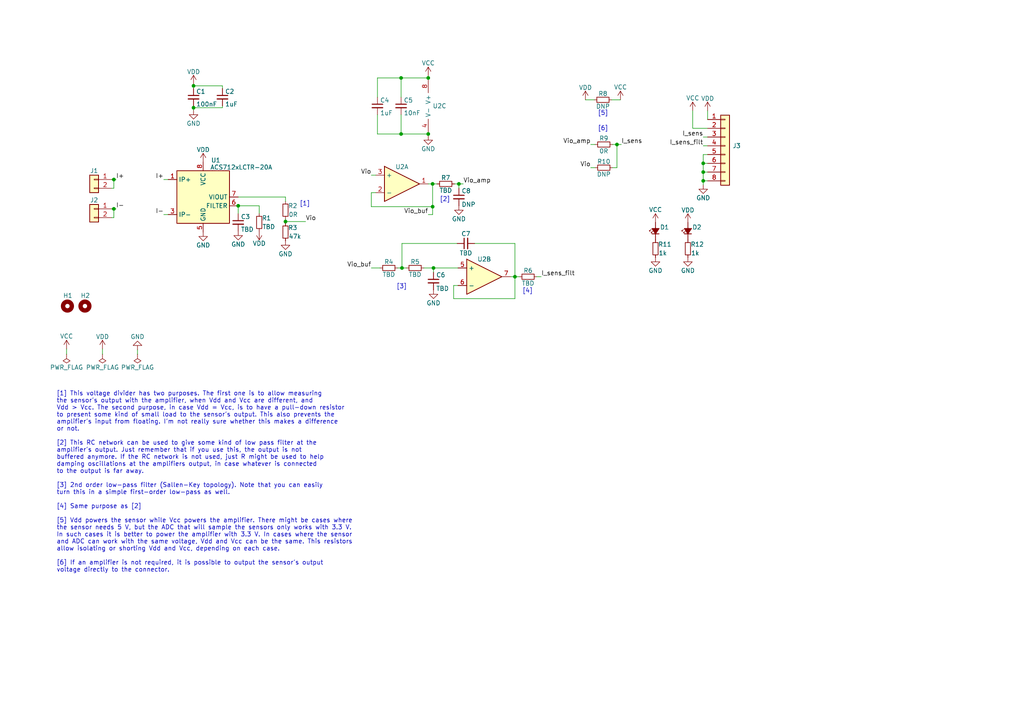
<source format=kicad_sch>
(kicad_sch (version 20211123) (generator eeschema)
  (paper "A4")
  (lib_symbols
    (symbol "Connector_Generic:Conn_01x02" (pin_names (offset 1.016) hide)
      (property "Reference" "J" (at 0 2.54 0))
      (property "Value" "Conn_01x02" (at 0 -5.08 0))
      (symbol "Conn_01x02_1_1"
        (rectangle (start -1.27 -2.413) (end 0 -2.667) (stroke (width 0.1524)))
        (rectangle (start -1.27 0.127) (end 0 -0.127) (stroke (width 0.1524)))
        (rectangle (start -1.27 1.27) (end 1.27 -3.81) (stroke (width 0.254)) (fill (type background)))
        (pin passive line (at -5.08 0 0) (length 3.81) (name "Pin_1") (number "1"))
        (pin passive line (at -5.08 -2.54 0) (length 3.81) (name "Pin_2") (number "2"))
      )
    )
    (symbol "Connector_Generic:Conn_01x08" (pin_names (offset 1.016) hide)
      (property "Reference" "J" (at 0 10.16 0))
      (property "Value" "Conn_01x08" (at 0 -12.7 0))
      (symbol "Conn_01x08_1_1"
        (rectangle (start -1.27 -10.033) (end 0 -10.287) (stroke (width 0.1524)))
        (rectangle (start -1.27 -7.493) (end 0 -7.747) (stroke (width 0.1524)))
        (rectangle (start -1.27 -4.953) (end 0 -5.207) (stroke (width 0.1524)))
        (rectangle (start -1.27 -2.413) (end 0 -2.667) (stroke (width 0.1524)))
        (rectangle (start -1.27 0.127) (end 0 -0.127) (stroke (width 0.1524)))
        (rectangle (start -1.27 2.667) (end 0 2.413) (stroke (width 0.1524)))
        (rectangle (start -1.27 5.207) (end 0 4.953) (stroke (width 0.1524)))
        (rectangle (start -1.27 7.747) (end 0 7.493) (stroke (width 0.1524)))
        (rectangle (start -1.27 8.89) (end 1.27 -11.43) (stroke (width 0.254)) (fill (type background)))
        (pin passive line (at -5.08 7.62 0) (length 3.81) (name "Pin_1") (number "1"))
        (pin passive line (at -5.08 5.08 0) (length 3.81) (name "Pin_2") (number "2"))
        (pin passive line (at -5.08 2.54 0) (length 3.81) (name "Pin_3") (number "3"))
        (pin passive line (at -5.08 0 0) (length 3.81) (name "Pin_4") (number "4"))
        (pin passive line (at -5.08 -2.54 0) (length 3.81) (name "Pin_5") (number "5"))
        (pin passive line (at -5.08 -5.08 0) (length 3.81) (name "Pin_6") (number "6"))
        (pin passive line (at -5.08 -7.62 0) (length 3.81) (name "Pin_7") (number "7"))
        (pin passive line (at -5.08 -10.16 0) (length 3.81) (name "Pin_8") (number "8"))
      )
    )
    (symbol "Device:C_Small" (pin_numbers hide) (pin_names (offset 0.254) hide)
      (property "Reference" "C" (at 0.254 1.778 0))
      (property "Value" "C_Small" (at 0.254 -2.032 0))
      (symbol "C_Small_0_1"
        (polyline (pts (xy -1.524 -0.508) (xy 1.524 -0.508)) (stroke (width 0.3302)))
        (polyline (pts (xy -1.524 0.508) (xy 1.524 0.508)) (stroke (width 0.3048)))
      )
      (symbol "C_Small_1_1"
        (pin passive line (at 0 2.54 270) (length 2.032) (name "~") (number "1"))
        (pin passive line (at 0 -2.54 90) (length 2.032) (name "~") (number "2"))
      )
    )
    (symbol "Device:LED_Small_Filled" (pin_numbers hide) (pin_names (offset 0.254) hide)
      (property "Reference" "D" (at -1.27 3.175 0))
      (property "Value" "LED_Small_Filled" (at -4.445 -2.54 0))
      (symbol "LED_Small_Filled_0_1"
        (polyline (pts (xy -0.762 -1.016) (xy -0.762 1.016)) (stroke (width 0.254)))
        (polyline (pts (xy 1.016 0) (xy -0.762 0)))
        (polyline (pts (xy 0.762 -1.016) (xy -0.762 0) (xy 0.762 1.016) (xy 0.762 -1.016)) (stroke (width 0.254)) (fill (type outline)))
        (polyline (pts (xy 0 0.762) (xy -0.508 1.27) (xy -0.254 1.27) (xy -0.508 1.27) (xy -0.508 1.016)))
        (polyline (pts (xy 0.508 1.27) (xy 0 1.778) (xy 0.254 1.778) (xy 0 1.778) (xy 0 1.524)))
      )
      (symbol "LED_Small_Filled_1_1"
        (pin passive line (at -2.54 0 0) (length 1.778) (name "K") (number "1"))
        (pin passive line (at 2.54 0 180) (length 1.778) (name "A") (number "2"))
      )
    )
    (symbol "Device:Opamp_Dual"
      (property "Reference" "U" (at 0 5.08 0))
      (property "Value" "Opamp_Dual" (at 0 -5.08 0))
      (symbol "Opamp_Dual_1_1"
        (polyline (pts (xy -5.08 5.08) (xy 5.08 0) (xy -5.08 -5.08) (xy -5.08 5.08)) (stroke (width 0.254)) (fill (type background)))
        (pin output line (at 7.62 0 180) (length 2.54) (name "~") (number "1"))
        (pin input line (at -7.62 -2.54 0) (length 2.54) (name "-") (number "2"))
        (pin input line (at -7.62 2.54 0) (length 2.54) (name "+") (number "3"))
      )
      (symbol "Opamp_Dual_2_1"
        (polyline (pts (xy -5.08 5.08) (xy 5.08 0) (xy -5.08 -5.08) (xy -5.08 5.08)) (stroke (width 0.254)) (fill (type background)))
        (pin input line (at -7.62 2.54 0) (length 2.54) (name "+") (number "5"))
        (pin input line (at -7.62 -2.54 0) (length 2.54) (name "-") (number "6"))
        (pin output line (at 7.62 0 180) (length 2.54) (name "~") (number "7"))
      )
      (symbol "Opamp_Dual_3_1"
        (pin power_in line (at -2.54 -7.62 90) (length 3.81) (name "V-") (number "4"))
        (pin power_in line (at -2.54 7.62 270) (length 3.81) (name "V+") (number "8"))
      )
    )
    (symbol "Device:R_Small" (pin_numbers hide) (pin_names (offset 0.254) hide)
      (property "Reference" "R" (at 0.762 0.508 0))
      (property "Value" "R_Small" (at 0.762 -1.016 0))
      (symbol "R_Small_0_1"
        (rectangle (start -0.762 1.778) (end 0.762 -1.778) (stroke (width 0.2032)))
      )
      (symbol "R_Small_1_1"
        (pin passive line (at 0 2.54 270) (length 0.762) (name "~") (number "1"))
        (pin passive line (at 0 -2.54 90) (length 0.762) (name "~") (number "2"))
      )
    )
    (symbol "Mechanical:MountingHole" (pin_names (offset 1.016))
      (property "Reference" "H" (at 0 5.08 0))
      (property "Value" "MountingHole" (at 0 3.175 0))
      (symbol "MountingHole_0_1"
        (circle (center 0 0) (radius 1.27) (stroke (width 1.27)))
      )
    )
    (symbol "Sensor_Current:ACS712xLCTR-20A"
      (property "Reference" "U" (at 2.54 11.43 0))
      (property "Value" "ACS712xLCTR-20A" (at 2.54 8.89 0))
      (symbol "ACS712xLCTR-20A_0_1"
        (rectangle (start -7.62 7.62) (end 7.62 -7.62) (stroke (width 0.254)) (fill (type background)))
      )
      (symbol "ACS712xLCTR-20A_1_1"
        (pin passive line (at -10.16 5.08 0) (length 2.54) (name "IP+") (number "1"))
        (pin passive line (at -10.16 5.08 0) (length 2.54) hide (name "IP+") (number "2"))
        (pin passive line (at -10.16 -5.08 0) (length 2.54) (name "IP-") (number "3"))
        (pin passive line (at -10.16 -5.08 0) (length 2.54) hide (name "IP-") (number "4"))
        (pin power_in line (at 0 -10.16 90) (length 2.54) (name "GND") (number "5"))
        (pin passive line (at 10.16 -2.54 180) (length 2.54) (name "FILTER") (number "6"))
        (pin output line (at 10.16 0 180) (length 2.54) (name "VIOUT") (number "7"))
        (pin power_in line (at 0 10.16 270) (length 2.54) (name "VCC") (number "8"))
      )
    )
    (symbol "power:GND" (power) (pin_names (offset 0))
      (property "Value" "GND" (at 0 -3.81 0))
      (symbol "GND_0_1"
        (polyline (pts (xy 0 0) (xy 0 -1.27) (xy 1.27 -1.27) (xy 0 -2.54) (xy -1.27 -1.27) (xy 0 -1.27)))
      )
      (symbol "GND_1_1"
        (pin power_in line (at 0 0 270) (length 0) hide (name "GND") (number "1"))
      )
    )
    (symbol "power:PWR_FLAG" (power) (pin_numbers hide) (pin_names (offset 0) hide)
      (property "Value" "PWR_FLAG" (at 0 3.81 0))
      (symbol "PWR_FLAG_0_0"
        (pin power_out line (at 0 0 90) (length 0) (name "pwr") (number "1"))
      )
      (symbol "PWR_FLAG_0_1"
        (polyline (pts (xy 0 0) (xy 0 1.27) (xy -1.016 1.905) (xy 0 2.54) (xy 1.016 1.905) (xy 0 1.27)))
      )
    )
    (symbol "power:VCC" (power) (pin_names (offset 0))
      (property "Value" "VCC" (at 0 3.81 0))
      (symbol "VCC_0_1"
        (polyline (pts (xy -0.762 1.27) (xy 0 2.54)))
        (polyline (pts (xy 0 0) (xy 0 2.54)))
        (polyline (pts (xy 0 2.54) (xy 0.762 1.27)))
      )
      (symbol "VCC_1_1"
        (pin power_in line (at 0 0 90) (length 0) hide (name "VCC") (number "1"))
      )
    )
    (symbol "power:VDD" (power) (pin_names (offset 0))
      (property "Value" "VDD" (at 0 3.81 0))
      (symbol "VDD_0_1"
        (polyline (pts (xy -0.762 1.27) (xy 0 2.54)))
        (polyline (pts (xy 0 0) (xy 0 2.54)))
        (polyline (pts (xy 0 2.54) (xy 0.762 1.27)))
      )
      (symbol "VDD_1_1"
        (pin power_in line (at 0 0 90) (length 0) hide (name "VDD") (number "1"))
      )
    )
  )
  (junction (at 203.962 47.371))
  (junction (at 133.096 53.34))
  (junction (at 203.962 52.451))
  (junction (at 124.206 22.606))
  (junction (at 56.134 24.892))
  (junction (at 125.73 77.724))
  (junction (at 116.332 22.606))
  (junction (at 124.206 38.862))
  (junction (at 69.088 59.69))
  (junction (at 125.476 53.34))
  (junction (at 116.332 38.862))
  (junction (at 116.586 77.724))
  (junction (at 149.352 80.264))
  (junction (at 33.02 52.07))
  (junction (at 178.943 41.91))
  (junction (at 56.134 31.242))
  (junction (at 203.962 49.911))
  (junction (at 82.804 64.262))
  (junction (at 125.476 59.944))
  (junction (at 33.02 60.579))
  (wire (pts (xy 109.474 38.862) (xy 116.332 38.862)))
  (wire (pts (xy 32.385 52.07) (xy 33.02 52.07)))
  (wire (pts (xy 203.962 47.371) (xy 203.962 49.911)))
  (wire (pts (xy 33.02 60.579) (xy 33.02 63.119)))
  (wire (pts (xy 82.804 63.5) (xy 82.804 64.262)))
  (wire (pts (xy 122.936 77.724) (xy 125.73 77.724)))
  (wire (pts (xy 116.332 38.862) (xy 124.206 38.862)))
  (wire (pts (xy 169.799 28.956) (xy 172.339 28.956)))
  (wire (pts (xy 109.474 22.606) (xy 109.474 28.194)))
  (wire (pts (xy 171.323 41.91) (xy 172.593 41.91)))
  (wire (pts (xy 203.962 49.911) (xy 203.962 52.451)))
  (wire (pts (xy 177.419 28.956) (xy 179.959 28.956)))
  (wire (pts (xy 203.962 42.291) (xy 205.232 42.291)))
  (wire (pts (xy 200.914 32.131) (xy 200.914 37.211)))
  (wire (pts (xy 133.096 53.34) (xy 133.096 54.61)))
  (wire (pts (xy 82.804 64.262) (xy 82.804 64.77)))
  (wire (pts (xy 88.646 64.262) (xy 82.804 64.262)))
  (wire (pts (xy 56.134 24.892) (xy 56.134 25.654)))
  (wire (pts (xy 155.702 80.264) (xy 156.972 80.264)))
  (wire (pts (xy 108.966 55.88) (xy 107.696 55.88)))
  (wire (pts (xy 33.02 52.07) (xy 33.02 54.61)))
  (wire (pts (xy 116.332 22.606) (xy 109.474 22.606)))
  (wire (pts (xy 200.914 37.211) (xy 205.232 37.211)))
  (wire (pts (xy 125.73 77.724) (xy 125.73 78.994)))
  (wire (pts (xy 149.352 86.614) (xy 149.352 80.264)))
  (wire (pts (xy 116.586 77.724) (xy 117.856 77.724)))
  (wire (pts (xy 125.476 53.34) (xy 126.746 53.34)))
  (wire (pts (xy 203.962 52.451) (xy 203.962 53.594)))
  (wire (pts (xy 205.232 32.131) (xy 205.232 34.671)))
  (wire (pts (xy 124.206 22.606) (xy 124.206 23.114)))
  (wire (pts (xy 131.572 86.614) (xy 149.352 86.614)))
  (wire (pts (xy 64.516 25.654) (xy 64.516 24.892)))
  (wire (pts (xy 203.962 39.751) (xy 205.232 39.751)))
  (wire (pts (xy 131.826 53.34) (xy 133.096 53.34)))
  (wire (pts (xy 149.352 70.612) (xy 149.352 80.264)))
  (wire (pts (xy 75.184 59.69) (xy 75.184 61.976)))
  (wire (pts (xy 47.498 52.07) (xy 48.768 52.07)))
  (wire (pts (xy 107.696 55.88) (xy 107.696 59.944)))
  (wire (pts (xy 115.316 77.724) (xy 116.586 77.724)))
  (wire (pts (xy 178.943 41.91) (xy 180.213 41.91)))
  (wire (pts (xy 125.476 62.23) (xy 125.476 59.944)))
  (wire (pts (xy 171.323 48.641) (xy 172.593 48.641)))
  (wire (pts (xy 64.516 31.242) (xy 56.134 31.242)))
  (wire (pts (xy 149.352 80.264) (xy 148.082 80.264)))
  (wire (pts (xy 33.02 60.579) (xy 33.655 60.579)))
  (wire (pts (xy 32.385 60.579) (xy 33.02 60.579)))
  (wire (pts (xy 33.02 52.07) (xy 33.655 52.07)))
  (wire (pts (xy 125.476 59.944) (xy 125.476 53.34)))
  (wire (pts (xy 131.572 82.804) (xy 131.572 86.614)))
  (wire (pts (xy 203.962 52.451) (xy 205.232 52.451)))
  (wire (pts (xy 132.588 70.612) (xy 116.586 70.612)))
  (wire (pts (xy 32.385 63.119) (xy 33.02 63.119)))
  (wire (pts (xy 203.962 49.911) (xy 205.232 49.911)))
  (wire (pts (xy 178.943 41.91) (xy 178.943 48.641)))
  (wire (pts (xy 64.516 24.892) (xy 56.134 24.892)))
  (wire (pts (xy 69.088 57.15) (xy 82.804 57.15)))
  (wire (pts (xy 133.096 53.34) (xy 134.366 53.34)))
  (wire (pts (xy 203.962 47.371) (xy 205.232 47.371)))
  (wire (pts (xy 109.474 33.274) (xy 109.474 38.862)))
  (wire (pts (xy 82.804 57.15) (xy 82.804 58.42)))
  (wire (pts (xy 107.696 77.724) (xy 110.236 77.724)))
  (wire (pts (xy 107.696 50.8) (xy 108.966 50.8)))
  (wire (pts (xy 39.878 101.473) (xy 39.878 102.743)))
  (wire (pts (xy 29.718 101.219) (xy 29.718 102.743)))
  (wire (pts (xy 125.73 77.724) (xy 132.842 77.724)))
  (wire (pts (xy 149.352 80.264) (xy 150.622 80.264)))
  (wire (pts (xy 69.088 59.69) (xy 75.184 59.69)))
  (wire (pts (xy 116.332 28.194) (xy 116.332 22.606)))
  (wire (pts (xy 124.206 62.23) (xy 125.476 62.23)))
  (wire (pts (xy 116.332 22.606) (xy 124.206 22.606)))
  (wire (pts (xy 124.206 53.34) (xy 125.476 53.34)))
  (wire (pts (xy 107.696 59.944) (xy 125.476 59.944)))
  (wire (pts (xy 56.134 30.734) (xy 56.134 31.242)))
  (wire (pts (xy 19.304 101.219) (xy 19.304 102.743)))
  (wire (pts (xy 69.088 59.69) (xy 69.088 61.976)))
  (wire (pts (xy 124.206 38.354) (xy 124.206 38.862)))
  (wire (pts (xy 203.962 44.831) (xy 203.962 47.371)))
  (wire (pts (xy 47.498 62.23) (xy 48.768 62.23)))
  (wire (pts (xy 64.516 30.734) (xy 64.516 31.242)))
  (wire (pts (xy 205.232 44.831) (xy 203.962 44.831)))
  (wire (pts (xy 56.134 24.384) (xy 56.134 24.892)))
  (wire (pts (xy 116.586 70.612) (xy 116.586 77.724)))
  (wire (pts (xy 56.134 31.242) (xy 56.134 32.004)))
  (wire (pts (xy 124.206 38.862) (xy 124.206 39.37)))
  (wire (pts (xy 177.673 41.91) (xy 178.943 41.91)))
  (wire (pts (xy 137.668 70.612) (xy 149.352 70.612)))
  (wire (pts (xy 32.385 54.61) (xy 33.02 54.61)))
  (wire (pts (xy 132.842 82.804) (xy 131.572 82.804)))
  (wire (pts (xy 178.943 48.641) (xy 177.673 48.641)))
  (wire (pts (xy 124.206 21.971) (xy 124.206 22.606)))
  (wire (pts (xy 116.332 33.274) (xy 116.332 38.862)))
  (text "[4]" (at 151.4856 85.217 0) (effects (font (size 1.27 1.27)) (justify left bottom)))
  (text "[1]" (at 86.868 59.944 0) (effects (font (size 1.27 1.27)) (justify left bottom)))
  (text "[3]" (at 114.9604 83.947 0) (effects (font (size 1.27 1.27)) (justify left bottom)))
  (text "[2]" (at 127.508 58.674 0) (effects (font (size 1.27 1.27)) (justify left bottom)))
  (text "[1] This voltage divider has two purposes. The first one is to allow measuring\nthe sensor's output with the amplifier, when Vdd and Vcc are different, and \nVdd > Vcc. The second purpose, in case Vdd = Vcc, is to have a pull-down resistor \nto present some kind of small load to the sensor's output. This also prevents the\namplifier's input from floating. I'm not really sure whether this makes a difference \nor not.\n\n[2] This RC network can be used to give some kind of low pass filter at the\namplifier's output. Just remember that if you use this, the output is not \nbuffered anymore. If the RC network is not used, just R might be used to help\ndamping oscillations at the amplifiers output, in case whatever is connected\nto the output is far away.\n\n[3] 2nd order low-pass filter (Sallen-Key topology). Note that you can easily\nturn this in a simple first-order low-pass as well. \n\n[4] Same purpose as [2]\n\n[5] Vdd powers the sensor while Vcc powers the amplifier. There might be cases where\nthe sensor needs 5 V, but the ADC that will sample the sensors only works with 3.3 V.\nIn such cases it is better to power the amplifier with 3.3 V. In cases where the sensor\nand ADC can work with the same voltage, Vdd and Vcc can be the same. This resistors\nallow isolating or shorting Vdd and Vcc, depending on each case.\n\n[6] If an amplifier is not required, it is possible to output the sensor's output\nvoltage directly to the connector. " (at 16.383 166.116 0) (effects (font (size 1.27 1.27)) (justify left bottom)))
  (text "[6]" (at 173.355 38.1 0) (effects (font (size 1.27 1.27)) (justify left bottom)))
  (text "[5]" (at 173.355 33.655 0) (effects (font (size 1.27 1.27)) (justify left bottom)))
  (label "I+" (at 47.498 52.07 180))
  (label "Vio_buf" (at 124.206 62.23 180))
  (label "I_sens" (at 203.962 39.751 180))
  (label "I-" (at 47.498 62.23 180))
  (label "I_sens_filt" (at 203.962 42.291 180))
  (label "Vio_amp" (at 171.323 41.91 180))
  (label "I_sens" (at 180.213 41.91 0))
  (label "I-" (at 33.655 60.579 0))
  (label "Vio" (at 171.323 48.641 180))
  (label "I+" (at 33.655 52.07 0))
  (label "Vio_buf" (at 107.696 77.724 180))
  (label "Vio" (at 107.696 50.8 180))
  (label "Vio_amp" (at 134.366 53.34 0))
  (label "I_sens_filt" (at 156.972 80.264 0))
  (label "Vio" (at 88.646 64.262 0))
  (symbol (lib_id "Device:R_Small") (at 75.184 64.516 0) (unit 1)
    (property "Reference" "R1" (at 75.946 63.246 0) (effects (justify left)))
    (property "Value" "TBD" (at 76.073 65.786 0) (effects (justify left)))
    (property "Footprint" "Resistor_SMD:R_0805_2012Metric_Pad1.20x1.40mm_HandSolder" (effects hide))
  )
  (symbol (lib_id "power:VDD") (at 56.134 24.384 0) (unit 1)
    (property "Reference" "#PWR0123" (effects hide))
    (property "Value" "VDD" (at 56.134 20.828 0))
  )
  (symbol (lib_id "power:GND") (at 56.134 32.004 0) (unit 1)
    (property "Reference" "#PWR0106" (effects hide))
    (property "Value" "GND" (at 56.134 35.814 0))
  )
  (symbol (lib_id "Device:C_Small") (at 109.474 30.734 0) (unit 1)
    (property "Reference" "C4" (at 110.236 29.083 0) (effects (justify left)))
    (property "Value" "1uF" (at 110.236 32.766 0) (effects (justify left)))
    (property "Footprint" "Capacitor_SMD:C_0805_2012Metric_Pad1.18x1.45mm_HandSolder" (effects hide))
  )
  (symbol (lib_id "power:VDD") (at 205.232 32.131 0) (unit 1)
    (property "Reference" "#PWR0112" (effects hide))
    (property "Value" "VDD" (at 205.232 28.575 0))
  )
  (symbol (lib_id "Device:C_Small") (at 69.088 64.516 0) (unit 1)
    (property "Reference" "C3" (at 69.85 62.865 0) (effects (justify left)))
    (property "Value" "TBD" (at 69.85 66.548 0) (effects (justify left)))
    (property "Footprint" "Capacitor_SMD:C_0805_2012Metric_Pad1.18x1.45mm_HandSolder" (effects hide))
  )
  (symbol (lib_id "Device:R_Small") (at 174.879 28.956 270) (unit 1)
    (property "Reference" "R8" (at 174.879 27.178 90))
    (property "Value" "DNP" (at 174.879 30.861 90))
    (property "Footprint" "Resistor_SMD:R_0805_2012Metric_Pad1.20x1.40mm_HandSolder" (effects hide))
  )
  (symbol (lib_id "Device:LED_Small_Filled") (at 190.119 67.056 90) (unit 1)
    (property "Reference" "D1" (at 191.389 65.913 90) (effects (justify right)))
    (property "Value" "LED_Small_Filled" (effects hide))
    (property "Footprint" "LED_SMD:LED_0805_2012Metric_Pad1.15x1.40mm_HandSolder" (effects hide))
  )
  (symbol (lib_id "power:GND") (at 190.119 74.676 0) (unit 1)
    (property "Reference" "#PWR0121" (effects hide))
    (property "Value" "GND" (at 190.119 78.486 0))
  )
  (symbol (lib_id "Device:R_Small") (at 175.133 41.91 270) (unit 1)
    (property "Reference" "R9" (at 175.133 40.132 90))
    (property "Value" "0R" (at 175.133 43.815 90))
    (property "Footprint" "Resistor_SMD:R_0805_2012Metric_Pad1.20x1.40mm_HandSolder" (effects hide))
  )
  (symbol (lib_id "power:PWR_FLAG") (at 19.304 102.743 180) (unit 1)
    (property "Reference" "#FLG0101" (effects hide))
    (property "Value" "PWR_FLAG" (at 19.304 106.553 0))
  )
  (symbol (lib_id "Device:R_Small") (at 153.162 80.264 270) (unit 1)
    (property "Reference" "R6" (at 153.162 78.486 90))
    (property "Value" "TBD" (at 153.162 82.169 90))
    (property "Footprint" "Resistor_SMD:R_0805_2012Metric_Pad1.20x1.40mm_HandSolder" (effects hide))
  )
  (symbol (lib_id "power:VDD") (at 169.799 28.956 0) (unit 1)
    (property "Reference" "#PWR0117" (effects hide))
    (property "Value" "VDD" (at 169.799 25.4 0))
  )
  (symbol (lib_id "power:GND") (at 39.878 101.473 180) (unit 1)
    (property "Reference" "#PWR0115" (effects hide))
    (property "Value" "GND" (at 39.878 97.663 0))
  )
  (symbol (lib_id "power:GND") (at 125.73 84.074 0) (unit 1)
    (property "Reference" "#PWR0101" (effects hide))
    (property "Value" "GND" (at 125.73 87.884 0))
  )
  (symbol (lib_id "Device:C_Small") (at 116.332 30.734 0) (unit 1)
    (property "Reference" "C5" (at 117.094 29.083 0) (effects (justify left)))
    (property "Value" "10nF" (at 117.094 32.766 0) (effects (justify left)))
    (property "Footprint" "Capacitor_SMD:C_0805_2012Metric_Pad1.18x1.45mm_HandSolder" (effects hide))
  )
  (symbol (lib_id "Connector_Generic:Conn_01x02") (at 27.305 60.579 0) (mirror y) (unit 1)
    (property "Reference" "J2" (at 27.305 58.039 0))
    (property "Value" "Conn_01x02" (effects hide))
    (property "Footprint" "TerminalBlock_Phoenix:TerminalBlock_Phoenix_MKDS-1,5-2-5.08_1x02_P5.08mm_Horizontal" (effects hide))
  )
  (symbol (lib_id "power:GND") (at 199.517 74.676 0) (unit 1)
    (property "Reference" "#PWR0122" (effects hide))
    (property "Value" "GND" (at 199.517 78.486 0))
  )
  (symbol (lib_id "Device:C_Small") (at 135.128 70.612 90) (unit 1)
    (property "Reference" "C7" (at 135.128 67.818 90))
    (property "Value" "TBD" (at 135.128 73.406 90))
    (property "Footprint" "Capacitor_SMD:C_0805_2012Metric_Pad1.18x1.45mm_HandSolder" (effects hide))
  )
  (symbol (lib_id "power:PWR_FLAG") (at 29.718 102.743 180) (unit 1)
    (property "Reference" "#FLG0102" (effects hide))
    (property "Value" "PWR_FLAG" (at 29.718 106.553 0))
  )
  (symbol (lib_id "Device:C_Small") (at 125.73 81.534 0) (unit 1)
    (property "Reference" "C6" (at 126.492 79.756 0) (effects (justify left)))
    (property "Value" "TBD" (at 126.492 83.693 0) (effects (justify left)))
    (property "Footprint" "Capacitor_SMD:C_0805_2012Metric_Pad1.18x1.45mm_HandSolder" (effects hide))
  )
  (symbol (lib_id "power:VDD") (at 29.718 101.219 0) (unit 1)
    (property "Reference" "#PWR0114" (effects hide))
    (property "Value" "VDD" (at 29.718 97.663 0))
  )
  (symbol (lib_id "Mechanical:MountingHole") (at 19.558 88.773 0) (unit 1)
    (property "Reference" "H1" (at 18.288 85.725 0) (effects (justify left)))
    (property "Value" "MountingHole" (effects hide))
    (property "Footprint" "MountingHole:MountingHole_3.2mm_M3" (effects hide))
  )
  (symbol (lib_id "power:VDD") (at 199.517 64.516 0) (unit 1)
    (property "Reference" "#PWR0120" (effects hide))
    (property "Value" "VDD" (at 199.517 60.96 0))
  )
  (symbol (lib_id "Device:C_Small") (at 56.134 28.194 0) (unit 1)
    (property "Reference" "C1" (at 56.896 26.543 0) (effects (justify left)))
    (property "Value" "100nF" (at 56.896 30.226 0) (effects (justify left)))
    (property "Footprint" "Capacitor_SMD:C_0805_2012Metric_Pad1.18x1.45mm_HandSolder" (effects hide))
  )
  (symbol (lib_id "power:VDD") (at 75.184 67.056 180) (unit 1)
    (property "Reference" "#PWR0108" (effects hide))
    (property "Value" "VDD" (at 75.184 70.612 0))
  )
  (symbol (lib_id "Device:R_Small") (at 82.804 67.31 0) (unit 1)
    (property "Reference" "R3" (at 83.566 66.04 0) (effects (justify left)))
    (property "Value" "47k" (at 83.693 68.58 0) (effects (justify left)))
    (property "Footprint" "Resistor_SMD:R_0805_2012Metric_Pad1.20x1.40mm_HandSolder" (effects hide))
  )
  (symbol (lib_id "Device:Opamp_Dual") (at 126.746 30.734 0) (unit 3)
    (property "Reference" "U2" (at 125.476 30.734 0) (effects (justify left)))
    (property "Value" "Opamp_Dual" (effects hide))
    (property "Footprint" "Package_SO:SOIC-8_3.9x4.9mm_P1.27mm" (effects hide))
  )
  (symbol (lib_id "Device:Opamp_Dual") (at 116.586 53.34 0) (unit 1)
    (property "Reference" "U2" (at 116.586 48.387 0))
    (property "Value" "Opamp_Dual" (effects hide))
    (property "Footprint" "Package_SO:SOIC-8_3.9x4.9mm_P1.27mm" (effects hide))
  )
  (symbol (lib_id "Device:R_Small") (at 129.286 53.34 270) (unit 1)
    (property "Reference" "R7" (at 129.286 51.562 90))
    (property "Value" "TBD" (at 129.286 55.245 90))
    (property "Footprint" "Resistor_SMD:R_0805_2012Metric_Pad1.20x1.40mm_HandSolder" (effects hide))
  )
  (symbol (lib_id "power:VCC") (at 200.914 32.131 0) (unit 1)
    (property "Reference" "#PWR0109" (effects hide))
    (property "Value" "VCC" (at 200.914 28.448 0))
  )
  (symbol (lib_id "power:GND") (at 124.206 39.37 0) (unit 1)
    (property "Reference" "#PWR0103" (effects hide))
    (property "Value" "GND" (at 124.206 43.18 0))
  )
  (symbol (lib_id "power:GND") (at 69.088 67.056 0) (unit 1)
    (property "Reference" "#PWR0107" (effects hide))
    (property "Value" "GND" (at 69.088 70.866 0))
  )
  (symbol (lib_id "power:GND") (at 58.928 67.31 0) (unit 1)
    (property "Reference" "#PWR0105" (effects hide))
    (property "Value" "GND" (at 58.928 71.12 0))
  )
  (symbol (lib_id "power:VDD") (at 58.928 46.99 0) (unit 1)
    (property "Reference" "#PWR0104" (effects hide))
    (property "Value" "VDD" (at 58.928 43.434 0))
  )
  (symbol (lib_id "power:VCC") (at 190.119 64.516 0) (unit 1)
    (property "Reference" "#PWR0119" (effects hide))
    (property "Value" "VCC" (at 190.119 60.833 0))
  )
  (symbol (lib_id "Device:C_Small") (at 133.096 57.15 0) (unit 1)
    (property "Reference" "C8" (at 133.858 55.372 0) (effects (justify left)))
    (property "Value" "DNP" (at 133.858 59.309 0) (effects (justify left)))
    (property "Footprint" "Capacitor_SMD:C_0805_2012Metric_Pad1.18x1.45mm_HandSolder" (effects hide))
  )
  (symbol (lib_id "power:GND") (at 133.096 59.69 0) (unit 1)
    (property "Reference" "#PWR0111" (effects hide))
    (property "Value" "GND" (at 133.096 63.5 0))
  )
  (symbol (lib_id "Device:R_Small") (at 199.517 72.136 0) (unit 1)
    (property "Reference" "R12" (at 200.279 70.866 0) (effects (justify left)))
    (property "Value" "1k" (at 200.406 73.406 0) (effects (justify left)))
    (property "Footprint" "Resistor_SMD:R_0805_2012Metric_Pad1.20x1.40mm_HandSolder" (effects hide))
  )
  (symbol (lib_id "Connector_Generic:Conn_01x08") (at 210.312 42.291 0) (unit 1)
    (property "Reference" "J3" (at 212.471 42.2909 0) (effects (justify left)))
    (property "Value" "Conn_01x08" (effects hide))
    (property "Footprint" "Connector_PinHeader_2.54mm:PinHeader_1x08_P2.54mm_Vertical" (effects hide))
  )
  (symbol (lib_id "Device:Opamp_Dual") (at 140.462 80.264 0) (unit 2)
    (property "Reference" "U2" (at 140.462 75.184 0))
    (property "Value" "Opamp_Dual" (effects hide))
    (property "Footprint" "Package_SO:SOIC-8_3.9x4.9mm_P1.27mm" (effects hide))
  )
  (symbol (lib_id "Device:R_Small") (at 112.776 77.724 270) (unit 1)
    (property "Reference" "R4" (at 112.776 75.946 90))
    (property "Value" "TBD" (at 112.776 79.629 90))
    (property "Footprint" "Resistor_SMD:R_0805_2012Metric_Pad1.20x1.40mm_HandSolder" (effects hide))
  )
  (symbol (lib_id "Device:R_Small") (at 82.804 60.96 0) (unit 1)
    (property "Reference" "R2" (at 83.566 59.69 0) (effects (justify left)))
    (property "Value" "0R" (at 83.693 62.23 0) (effects (justify left)))
    (property "Footprint" "Resistor_SMD:R_0805_2012Metric_Pad1.20x1.40mm_HandSolder" (effects hide))
  )
  (symbol (lib_id "Device:R_Small") (at 175.133 48.641 270) (unit 1)
    (property "Reference" "R10" (at 175.133 46.863 90))
    (property "Value" "DNP" (at 175.133 50.546 90))
    (property "Footprint" "Resistor_SMD:R_0805_2012Metric_Pad1.20x1.40mm_HandSolder" (effects hide))
  )
  (symbol (lib_id "power:PWR_FLAG") (at 39.878 102.743 180) (unit 1)
    (property "Reference" "#FLG0103" (effects hide))
    (property "Value" "PWR_FLAG" (at 39.878 106.553 0))
  )
  (symbol (lib_id "power:GND") (at 203.962 53.594 0) (unit 1)
    (property "Reference" "#PWR0116" (effects hide))
    (property "Value" "GND" (at 203.962 57.404 0))
  )
  (symbol (lib_id "Sensor_Current:ACS712xLCTR-20A") (at 58.928 57.15 0) (unit 1)
    (property "Reference" "U1" (at 61.214 46.482 0) (effects (justify left)))
    (property "Value" "ACS712xLCTR-20A" (at 60.96 48.514 0) (effects (justify left)))
    (property "Footprint" "Package_SO:SOIC-8_3.9x4.9mm_P1.27mm" (effects hide))
    (property "Datasheet" "http://www.allegromicro.com/~/media/Files/Datasheets/ACS712-Datasheet.ashx?la=en" (effects hide))
  )
  (symbol (lib_id "Device:R_Small") (at 190.119 72.136 0) (unit 1)
    (property "Reference" "R11" (at 190.881 70.866 0) (effects (justify left)))
    (property "Value" "1k" (at 191.008 73.406 0) (effects (justify left)))
    (property "Footprint" "Resistor_SMD:R_0805_2012Metric_Pad1.20x1.40mm_HandSolder" (effects hide))
  )
  (symbol (lib_id "Device:C_Small") (at 64.516 28.194 0) (unit 1)
    (property "Reference" "C2" (at 65.278 26.543 0) (effects (justify left)))
    (property "Value" "1uF" (at 65.278 30.226 0) (effects (justify left)))
    (property "Footprint" "Capacitor_SMD:C_0805_2012Metric_Pad1.18x1.45mm_HandSolder" (effects hide))
  )
  (symbol (lib_id "Device:LED_Small_Filled") (at 199.517 67.056 90) (unit 1)
    (property "Reference" "D2" (at 200.787 65.913 90) (effects (justify right)))
    (property "Value" "LED_Small_Filled" (effects hide))
    (property "Footprint" "LED_SMD:LED_0805_2012Metric_Pad1.15x1.40mm_HandSolder" (effects hide))
  )
  (symbol (lib_id "power:VCC") (at 124.206 21.971 0) (unit 1)
    (property "Reference" "#PWR0102" (effects hide))
    (property "Value" "VCC" (at 124.206 18.288 0))
  )
  (symbol (lib_id "Device:R_Small") (at 120.396 77.724 270) (unit 1)
    (property "Reference" "R5" (at 120.396 75.946 90))
    (property "Value" "TBD" (at 120.396 79.629 90))
    (property "Footprint" "Resistor_SMD:R_0805_2012Metric_Pad1.20x1.40mm_HandSolder" (effects hide))
  )
  (symbol (lib_id "Mechanical:MountingHole") (at 24.638 88.773 0) (unit 1)
    (property "Reference" "H2" (at 23.368 85.725 0) (effects (justify left)))
    (property "Value" "MountingHole" (effects hide))
    (property "Footprint" "MountingHole:MountingHole_3.2mm_M3" (effects hide))
  )
  (symbol (lib_id "Connector_Generic:Conn_01x02") (at 27.305 52.07 0) (mirror y) (unit 1)
    (property "Reference" "J1" (at 27.305 49.53 0))
    (property "Value" "Conn_01x02" (effects hide))
    (property "Footprint" "TerminalBlock_Phoenix:TerminalBlock_Phoenix_MKDS-1,5-2-5.08_1x02_P5.08mm_Horizontal" (effects hide))
  )
  (symbol (lib_id "power:VCC") (at 19.304 101.219 0) (unit 1)
    (property "Reference" "#PWR0113" (effects hide))
    (property "Value" "VCC" (at 19.304 97.536 0))
  )
  (symbol (lib_id "power:VCC") (at 179.959 28.956 0) (unit 1)
    (property "Reference" "#PWR0118" (effects hide))
    (property "Value" "VCC" (at 179.959 25.273 0))
  )
  (symbol (lib_id "power:GND") (at 82.804 69.85 0) (unit 1)
    (property "Reference" "#PWR0110" (effects hide))
    (property "Value" "GND" (at 82.804 73.66 0))
  )
)
</source>
